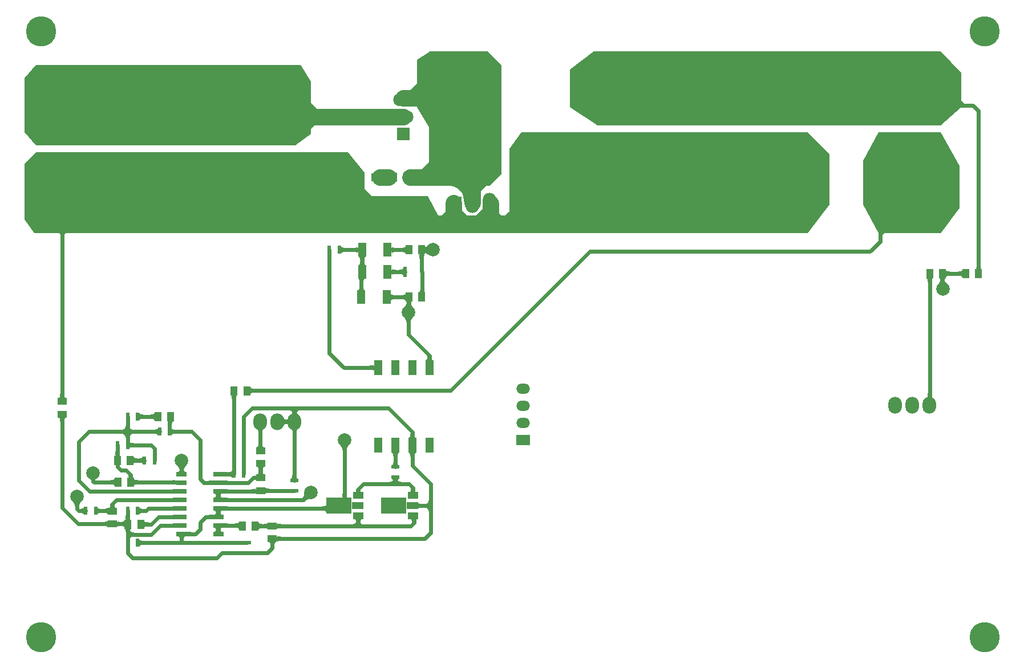
<source format=gtl>
G04 Layer_Physical_Order=1*
G04 Layer_Color=255*
%FSAX23Y23*%
%MOIN*%
G70*
G01*
G75*
%ADD10R,0.039X0.057*%
%ADD11R,0.020X0.049*%
%ADD12R,0.049X0.020*%
%ADD13R,0.041X0.136*%
%ADD14R,0.079X0.161*%
%ADD15R,0.057X0.039*%
%ADD16R,0.059X0.039*%
%ADD17R,0.067X0.039*%
%ADD18R,0.150X0.098*%
%ADD19R,0.051X0.087*%
%ADD20R,0.020X0.063*%
%ADD21R,0.049X0.079*%
%ADD22R,0.060X0.026*%
%ADD23C,0.024*%
%ADD24C,0.098*%
G04:AMPARAMS|DCode=25|XSize=51mil|YSize=16mil|CornerRadius=0mil|HoleSize=0mil|Usage=FLASHONLY|Rotation=45.000|XOffset=0mil|YOffset=0mil|HoleType=Round|Shape=Rectangle|*
%AMROTATEDRECTD25*
4,1,4,-0.012,-0.024,-0.024,-0.012,0.012,0.024,0.024,0.012,-0.012,-0.024,0.0*
%
%ADD25ROTATEDRECTD25*%

G04:AMPARAMS|DCode=26|XSize=20mil|YSize=77mil|CornerRadius=0mil|HoleSize=0mil|Usage=FLASHONLY|Rotation=225.000|XOffset=0mil|YOffset=0mil|HoleType=Round|Shape=Rectangle|*
%AMROTATEDRECTD26*
4,1,4,-0.020,0.034,0.034,-0.020,0.020,-0.034,-0.034,0.020,-0.020,0.034,0.0*
%
%ADD26ROTATEDRECTD26*%

G04:AMPARAMS|DCode=27|XSize=10mil|YSize=30mil|CornerRadius=0mil|HoleSize=0mil|Usage=FLASHONLY|Rotation=135.000|XOffset=0mil|YOffset=0mil|HoleType=Round|Shape=Rectangle|*
%AMROTATEDRECTD27*
4,1,4,0.014,0.007,-0.007,-0.014,-0.014,-0.007,0.007,0.014,0.014,0.007,0.0*
%
%ADD27ROTATEDRECTD27*%

G04:AMPARAMS|DCode=28|XSize=10mil|YSize=98mil|CornerRadius=0mil|HoleSize=0mil|Usage=FLASHONLY|Rotation=135.000|XOffset=0mil|YOffset=0mil|HoleType=Round|Shape=Rectangle|*
%AMROTATEDRECTD28*
4,1,4,0.038,0.031,-0.031,-0.038,-0.038,-0.031,0.031,0.038,0.038,0.031,0.0*
%
%ADD28ROTATEDRECTD28*%

G04:AMPARAMS|DCode=29|XSize=10mil|YSize=98mil|CornerRadius=0mil|HoleSize=0mil|Usage=FLASHONLY|Rotation=45.000|XOffset=0mil|YOffset=0mil|HoleType=Round|Shape=Rectangle|*
%AMROTATEDRECTD29*
4,1,4,0.031,-0.038,-0.038,0.031,-0.031,0.038,0.038,-0.031,0.031,-0.038,0.0*
%
%ADD29ROTATEDRECTD29*%

G04:AMPARAMS|DCode=30|XSize=90mil|YSize=21mil|CornerRadius=0mil|HoleSize=0mil|Usage=FLASHONLY|Rotation=45.000|XOffset=0mil|YOffset=0mil|HoleType=Round|Shape=Rectangle|*
%AMROTATEDRECTD30*
4,1,4,-0.025,-0.039,-0.039,-0.025,0.025,0.039,0.039,0.025,-0.025,-0.039,0.0*
%
%ADD30ROTATEDRECTD30*%

G04:AMPARAMS|DCode=31|XSize=148mil|YSize=69mil|CornerRadius=0mil|HoleSize=0mil|Usage=FLASHONLY|Rotation=135.000|XOffset=0mil|YOffset=0mil|HoleType=Round|Shape=Rectangle|*
%AMROTATEDRECTD31*
4,1,4,0.077,-0.028,0.028,-0.077,-0.077,0.028,-0.028,0.077,0.077,-0.028,0.0*
%
%ADD31ROTATEDRECTD31*%

G04:AMPARAMS|DCode=32|XSize=42mil|YSize=42mil|CornerRadius=0mil|HoleSize=0mil|Usage=FLASHONLY|Rotation=45.000|XOffset=0mil|YOffset=0mil|HoleType=Round|Shape=Rectangle|*
%AMROTATEDRECTD32*
4,1,4,0.000,-0.030,-0.030,0.000,0.000,0.030,0.030,0.000,0.000,-0.030,0.0*
%
%ADD32ROTATEDRECTD32*%

G04:AMPARAMS|DCode=33|XSize=35mil|YSize=132mil|CornerRadius=0mil|HoleSize=0mil|Usage=FLASHONLY|Rotation=135.000|XOffset=0mil|YOffset=0mil|HoleType=Round|Shape=Rectangle|*
%AMROTATEDRECTD33*
4,1,4,0.059,0.034,-0.034,-0.059,-0.059,-0.034,0.034,0.059,0.059,0.034,0.0*
%
%ADD33ROTATEDRECTD33*%

G04:AMPARAMS|DCode=34|XSize=78mil|YSize=69mil|CornerRadius=0mil|HoleSize=0mil|Usage=FLASHONLY|Rotation=225.000|XOffset=0mil|YOffset=0mil|HoleType=Round|Shape=Rectangle|*
%AMROTATEDRECTD34*
4,1,4,0.003,0.052,0.052,0.003,-0.003,-0.052,-0.052,-0.003,0.003,0.052,0.0*
%
%ADD34ROTATEDRECTD34*%

G04:AMPARAMS|DCode=35|XSize=126mil|YSize=31mil|CornerRadius=0mil|HoleSize=0mil|Usage=FLASHONLY|Rotation=135.000|XOffset=0mil|YOffset=0mil|HoleType=Round|Shape=Rectangle|*
%AMROTATEDRECTD35*
4,1,4,0.056,-0.033,0.033,-0.056,-0.056,0.033,-0.033,0.056,0.056,-0.033,0.0*
%
%ADD35ROTATEDRECTD35*%

G04:AMPARAMS|DCode=36|XSize=126mil|YSize=31mil|CornerRadius=0mil|HoleSize=0mil|Usage=FLASHONLY|Rotation=225.000|XOffset=0mil|YOffset=0mil|HoleType=Round|Shape=Rectangle|*
%AMROTATEDRECTD36*
4,1,4,0.033,0.056,0.056,0.033,-0.033,-0.056,-0.056,-0.033,0.033,0.056,0.0*
%
%ADD36ROTATEDRECTD36*%

G04:AMPARAMS|DCode=37|XSize=126mil|YSize=15mil|CornerRadius=0mil|HoleSize=0mil|Usage=FLASHONLY|Rotation=315.000|XOffset=0mil|YOffset=0mil|HoleType=Round|Shape=Rectangle|*
%AMROTATEDRECTD37*
4,1,4,-0.050,0.039,-0.039,0.050,0.050,-0.039,0.039,-0.050,-0.050,0.039,0.0*
%
%ADD37ROTATEDRECTD37*%

%ADD38C,0.112*%
%ADD39O,0.079X0.098*%
%ADD40C,0.177*%
%ADD41C,0.157*%
%ADD42O,0.118X0.074*%
%ADD43R,0.074X0.074*%
%ADD44R,0.078X0.078*%
%ADD45O,0.078X0.118*%
%ADD46R,0.079X0.059*%
%ADD47O,0.079X0.059*%
%ADD48C,0.079*%
G36*
X02990Y02038D02*
X02991Y02034D01*
X02991Y02030D01*
X02992Y02027D01*
X02993Y02025D01*
X02995Y02022D01*
X02996Y02021D01*
X02998Y02020D01*
X03000Y02019D01*
X03002Y02019D01*
X02955D01*
X02957Y02019D01*
X02959Y02020D01*
X02961Y02021D01*
X02962Y02022D01*
X02964Y02025D01*
X02965Y02027D01*
X02966Y02030D01*
X02966Y02034D01*
X02967Y02038D01*
X02967Y02042D01*
X02990D01*
X02990Y02038D01*
D02*
G37*
G36*
X02262Y02041D02*
X02260Y02041D01*
X02258Y02040D01*
X02257Y02038D01*
X02256Y02036D01*
X02254Y02033D01*
X02254Y02030D01*
X02254Y02029D01*
X02254Y02029D01*
X02254Y02026D01*
X02256Y02023D01*
X02257Y02021D01*
X02258Y02019D01*
X02260Y02018D01*
X02262Y02017D01*
X02264Y02017D01*
X02217D01*
X02219Y02017D01*
X02221Y02018D01*
X02223Y02019D01*
X02225Y02021D01*
X02226Y02023D01*
X02227Y02026D01*
X02228Y02029D01*
X02228Y02029D01*
X02228Y02030D01*
X02227Y02033D01*
X02226Y02036D01*
X02225Y02038D01*
X02223Y02040D01*
X02221Y02041D01*
X02219Y02041D01*
X02217Y02042D01*
X02264D01*
X02262Y02041D01*
D02*
G37*
G36*
X02780Y02009D02*
X02776Y02009D01*
X02772Y02009D01*
X02768Y02008D01*
X02765Y02007D01*
X02762Y02006D01*
X02758Y02005D01*
X02755Y02003D01*
X02752Y02001D01*
X02749Y01999D01*
X02747Y01997D01*
X02730Y02013D01*
X02733Y02016D01*
X02735Y02019D01*
X02737Y02022D01*
X02738Y02025D01*
X02740Y02028D01*
X02741Y02032D01*
X02742Y02035D01*
X02742Y02039D01*
X02742Y02043D01*
X02742Y02046D01*
X02780Y02009D01*
D02*
G37*
G36*
X02460Y02039D02*
X02460Y02039D01*
X02459Y02040D01*
X02458Y02041D01*
X02456Y02041D01*
X02454Y02042D01*
X02451Y02042D01*
X02445Y02042D01*
X02436Y02043D01*
Y02066D01*
X02441Y02066D01*
X02445Y02067D01*
X02448Y02067D01*
X02451Y02068D01*
X02454Y02069D01*
X02456Y02070D01*
X02458Y02072D01*
X02459Y02074D01*
X02460Y02076D01*
X02460Y02078D01*
Y02039D01*
D02*
G37*
G36*
X02271Y02067D02*
X02272Y02067D01*
X02273Y02067D01*
X02277Y02066D01*
X02294Y02066D01*
Y02043D01*
X02271Y02042D01*
Y02067D01*
X02271Y02067D01*
D02*
G37*
G36*
X01997Y02042D02*
X01997Y02042D01*
X01996Y02042D01*
X01995Y02042D01*
X01991Y02042D01*
X01974Y02043D01*
Y02066D01*
X01997Y02067D01*
Y02042D01*
D02*
G37*
G36*
X02517Y02076D02*
X02518Y02075D01*
X02519Y02074D01*
X02521Y02073D01*
X02523Y02072D01*
X02525Y02071D01*
X02528Y02071D01*
X02532Y02070D01*
X02540Y02070D01*
Y02046D01*
X02536Y02046D01*
X02528Y02046D01*
X02525Y02045D01*
X02523Y02044D01*
X02521Y02044D01*
X02519Y02043D01*
X02518Y02041D01*
X02517Y02040D01*
X02517Y02039D01*
Y02078D01*
X02517Y02076D01*
D02*
G37*
G36*
X03408Y01988D02*
X03408Y01986D01*
X03410Y01985D01*
X03411Y01984D01*
X03413Y01983D01*
X03416Y01983D01*
X03419Y01982D01*
X03423Y01982D01*
X03431Y01981D01*
Y01958D01*
X03427Y01958D01*
X03419Y01957D01*
X03416Y01957D01*
X03413Y01956D01*
X03411Y01955D01*
X03410Y01954D01*
X03408Y01953D01*
X03408Y01951D01*
X03408Y01950D01*
Y01989D01*
X03408Y01988D01*
D02*
G37*
G36*
X02271Y01967D02*
X02272Y01967D01*
X02273Y01967D01*
X02277Y01966D01*
X02294Y01966D01*
Y01943D01*
X02271Y01942D01*
Y01967D01*
X02271Y01967D01*
D02*
G37*
G36*
X01997Y01942D02*
X01997Y01942D01*
X01996Y01942D01*
X01995Y01942D01*
X01991Y01942D01*
X01974Y01943D01*
Y01966D01*
X01997Y01967D01*
Y01942D01*
D02*
G37*
G36*
X01634Y01975D02*
X01634Y01972D01*
X01635Y01968D01*
X01636Y01965D01*
X01637Y01963D01*
X01638Y01961D01*
X01639Y01960D01*
X01640Y01959D01*
X01642Y01958D01*
X01644Y01958D01*
X01600D01*
X01602Y01958D01*
X01604Y01959D01*
X01606Y01960D01*
X01607Y01961D01*
X01608Y01963D01*
X01609Y01965D01*
X01609Y01968D01*
X01610Y01972D01*
X01610Y01975D01*
X01610Y01979D01*
X01634D01*
X01634Y01975D01*
D02*
G37*
G36*
X02271Y02017D02*
X02272Y02017D01*
X02273Y02017D01*
X02277Y02016D01*
X02294Y02016D01*
Y01993D01*
X02271Y01992D01*
Y02017D01*
X02271Y02017D01*
D02*
G37*
G36*
X01997Y01992D02*
X01997Y01992D01*
X01996Y01992D01*
X01995Y01992D01*
X01991Y01992D01*
X01974Y01993D01*
Y02016D01*
X01997Y02017D01*
Y01992D01*
D02*
G37*
G36*
X01440Y01993D02*
X01437Y01990D01*
X01435Y01987D01*
X01433Y01984D01*
X01431Y01981D01*
X01430Y01977D01*
X01429Y01974D01*
X01428Y01970D01*
X01427Y01967D01*
X01427Y01964D01*
X01404D01*
X01404Y01967D01*
X01403Y01970D01*
X01402Y01974D01*
X01401Y01977D01*
X01400Y01981D01*
X01398Y01984D01*
X01396Y01987D01*
X01394Y01990D01*
X01391Y01993D01*
X01388Y01997D01*
X01443D01*
X01440Y01993D01*
D02*
G37*
G36*
X02460Y02118D02*
X02460Y02119D01*
X02459Y02119D01*
X02459Y02120D01*
X02458Y02120D01*
X02456Y02120D01*
X02455Y02121D01*
X02453Y02121D01*
X02448Y02121D01*
X02445Y02121D01*
Y02145D01*
X02448Y02145D01*
X02455Y02145D01*
X02456Y02146D01*
X02458Y02146D01*
X02459Y02146D01*
X02459Y02147D01*
X02460Y02147D01*
X02460Y02148D01*
Y02118D01*
D02*
G37*
G36*
X01523Y02125D02*
X01523Y02125D01*
X01523Y02124D01*
X01523Y02123D01*
X01522Y02122D01*
X01522Y02118D01*
X01522Y02114D01*
X01522Y02111D01*
X01498D01*
X01498Y02114D01*
X01498Y02122D01*
X01497Y02123D01*
X01497Y02124D01*
X01497Y02125D01*
X01497Y02125D01*
X01496Y02126D01*
X01524D01*
X01523Y02125D01*
D02*
G37*
G36*
X02271Y02117D02*
X02272Y02117D01*
X02273Y02117D01*
X02277Y02116D01*
X02294Y02116D01*
Y02093D01*
X02271Y02092D01*
Y02117D01*
X02271Y02117D01*
D02*
G37*
G36*
X02697Y02146D02*
X02697Y02142D01*
X02698Y02139D01*
X02699Y02135D01*
X02700Y02133D01*
X02701Y02131D01*
X02703Y02129D01*
X02705Y02128D01*
X02707Y02127D01*
X02709Y02127D01*
X02662D01*
X02664Y02127D01*
X02666Y02128D01*
X02668Y02129D01*
X02669Y02131D01*
X02670Y02133D01*
X02671Y02135D01*
X02672Y02139D01*
X02673Y02142D01*
X02673Y02146D01*
X02673Y02151D01*
X02697D01*
X02697Y02146D01*
D02*
G37*
G36*
X02271Y02167D02*
X02272Y02167D01*
X02273Y02167D01*
X02277Y02166D01*
X02294Y02166D01*
Y02143D01*
X02271Y02142D01*
Y02167D01*
X02271Y02167D01*
D02*
G37*
G36*
X01740Y02146D02*
X01741Y02136D01*
X01741Y02136D01*
X01741Y02136D01*
X01716D01*
X01716Y02136D01*
X01716Y02136D01*
X01716Y02137D01*
X01716Y02138D01*
X01716Y02139D01*
X01717Y02144D01*
X01717Y02149D01*
X01740D01*
X01740Y02146D01*
D02*
G37*
G36*
X02321Y02132D02*
X02321Y02134D01*
X02320Y02136D01*
X02319Y02137D01*
X02317Y02139D01*
X02315Y02140D01*
X02313Y02141D01*
X02310Y02142D01*
X02306Y02142D01*
X02302Y02142D01*
X02298Y02143D01*
Y02166D01*
X02302Y02166D01*
X02306Y02167D01*
X02310Y02167D01*
X02313Y02168D01*
X02315Y02169D01*
X02317Y02170D01*
X02319Y02172D01*
X02320Y02174D01*
X02321Y02176D01*
X02321Y02178D01*
Y02132D01*
D02*
G37*
G36*
X01634Y02084D02*
X01634Y02086D01*
X01633Y02088D01*
X01632Y02090D01*
X01630Y02091D01*
X01628Y02093D01*
X01626Y02094D01*
X01623Y02094D01*
X01619Y02095D01*
X01615Y02095D01*
X01611Y02096D01*
Y02119D01*
X01615Y02119D01*
X01619Y02120D01*
X01623Y02120D01*
X01626Y02121D01*
X01628Y02122D01*
X01630Y02123D01*
X01632Y02125D01*
X01633Y02127D01*
X01634Y02129D01*
X01634Y02131D01*
Y02084D01*
D02*
G37*
G36*
X03390Y02067D02*
X03390Y02063D01*
X03391Y02060D01*
X03392Y02057D01*
X03393Y02054D01*
X03394Y02052D01*
X03396Y02050D01*
X03397Y02049D01*
X03399Y02048D01*
X03402Y02048D01*
X03354D01*
X03357Y02048D01*
X03359Y02049D01*
X03361Y02050D01*
X03362Y02052D01*
X03363Y02054D01*
X03364Y02057D01*
X03365Y02060D01*
X03366Y02063D01*
X03366Y02067D01*
X03366Y02072D01*
X03390D01*
X03390Y02067D01*
D02*
G37*
G36*
X03071Y02064D02*
X03072Y02058D01*
X03072Y02055D01*
X03073Y02053D01*
X03074Y02051D01*
X03075Y02050D01*
X03076Y02049D01*
X03077Y02048D01*
X03079Y02048D01*
X03039D01*
X03041Y02048D01*
X03042Y02049D01*
X03043Y02050D01*
X03045Y02051D01*
X03045Y02053D01*
X03046Y02055D01*
X03047Y02058D01*
X03047Y02061D01*
X03047Y02064D01*
X03047Y02068D01*
X03071D01*
X03071Y02064D01*
D02*
G37*
G36*
X01748Y02129D02*
X01749Y02127D01*
X01750Y02125D01*
X01752Y02123D01*
X01754Y02122D01*
X01757Y02121D01*
X01760Y02120D01*
X01763Y02120D01*
X01767Y02119D01*
X01772Y02119D01*
Y02096D01*
X01767Y02095D01*
X01763Y02095D01*
X01760Y02094D01*
X01757Y02094D01*
X01754Y02093D01*
X01752Y02091D01*
X01750Y02090D01*
X01749Y02088D01*
X01748Y02086D01*
X01748Y02084D01*
Y02131D01*
X01748Y02129D01*
D02*
G37*
G36*
X02211Y02092D02*
X02211Y02092D01*
X02210Y02092D01*
X02209Y02092D01*
X02205Y02092D01*
X02187Y02093D01*
Y02116D01*
X02211Y02117D01*
Y02092D01*
D02*
G37*
G36*
X01997Y02117D02*
Y02092D01*
X01997Y02092D01*
X01996Y02093D01*
X01995Y02094D01*
X01994Y02094D01*
X01991Y02095D01*
X01989Y02095D01*
X01982Y02095D01*
X01974Y02096D01*
Y02119D01*
X01997Y02117D01*
D02*
G37*
G36*
X03288Y02128D02*
X03288Y02127D01*
X03299D01*
X03297Y02127D01*
X03295Y02126D01*
X03293Y02125D01*
X03292Y02123D01*
X03291Y02121D01*
X03290Y02120D01*
X03291Y02118D01*
X03293Y02115D01*
X03296Y02113D01*
X03299Y02111D01*
X03303Y02110D01*
X03307Y02110D01*
X03311Y02109D01*
X03276Y02086D01*
X03240Y02109D01*
X03245Y02110D01*
X03249Y02110D01*
X03252Y02111D01*
X03255Y02113D01*
X03258Y02115D01*
X03260Y02118D01*
X03261Y02120D01*
X03261Y02121D01*
X03260Y02123D01*
X03258Y02125D01*
X03256Y02126D01*
X03254Y02127D01*
X03252Y02127D01*
X03263D01*
X03264Y02128D01*
X03264Y02133D01*
X03288D01*
X03288Y02128D01*
D02*
G37*
G36*
X02529Y01832D02*
X02529Y01833D01*
X02528Y01835D01*
X02527Y01836D01*
X02525Y01837D01*
X02523Y01838D01*
X02520Y01838D01*
X02517Y01839D01*
X02514Y01839D01*
X02505Y01840D01*
Y01863D01*
X02510Y01863D01*
X02517Y01864D01*
X02520Y01865D01*
X02523Y01865D01*
X02525Y01866D01*
X02527Y01867D01*
X02528Y01868D01*
X02529Y01870D01*
X02529Y01871D01*
Y01832D01*
D02*
G37*
G36*
X02363Y01831D02*
X02362Y01833D01*
X02362Y01835D01*
X02360Y01837D01*
X02359Y01838D01*
X02357Y01840D01*
X02354Y01841D01*
X02351Y01842D01*
X02347Y01842D01*
X02343Y01842D01*
X02339Y01843D01*
Y01866D01*
X02343Y01866D01*
X02347Y01867D01*
X02351Y01867D01*
X02354Y01868D01*
X02357Y01869D01*
X02359Y01870D01*
X02360Y01872D01*
X02362Y01874D01*
X02362Y01876D01*
X02363Y01878D01*
Y01831D01*
D02*
G37*
G36*
X02477Y01873D02*
X02477Y01871D01*
X02479Y01869D01*
X02480Y01868D01*
X02482Y01866D01*
X02485Y01865D01*
X02488Y01864D01*
X02492Y01864D01*
X02496Y01863D01*
X02500Y01863D01*
Y01840D01*
X02496Y01840D01*
X02492Y01839D01*
X02488Y01839D01*
X02485Y01838D01*
X02482Y01837D01*
X02480Y01835D01*
X02479Y01834D01*
X02477Y01832D01*
X02477Y01830D01*
X02476Y01828D01*
Y01875D01*
X02477Y01873D01*
D02*
G37*
G36*
X02586Y01870D02*
X02587Y01868D01*
X02588Y01867D01*
X02589Y01866D01*
X02592Y01865D01*
X02594Y01865D01*
X02597Y01864D01*
X02601Y01864D01*
X02609Y01863D01*
Y01840D01*
X02605Y01840D01*
X02597Y01839D01*
X02594Y01838D01*
X02592Y01838D01*
X02589Y01837D01*
X02588Y01836D01*
X02587Y01835D01*
X02586Y01833D01*
X02586Y01832D01*
Y01871D01*
X02586Y01870D01*
D02*
G37*
G36*
X01997Y01842D02*
X01997Y01842D01*
X01996Y01842D01*
X01995Y01842D01*
X01991Y01842D01*
X01974Y01843D01*
Y01866D01*
X01997Y01867D01*
Y01842D01*
D02*
G37*
G36*
X03081Y01891D02*
X03079Y01890D01*
X03077Y01889D01*
X03075Y01887D01*
X03074Y01885D01*
X03073Y01883D01*
X03072Y01879D01*
X03072Y01876D01*
X03072Y01875D01*
X03072Y01872D01*
X03073Y01869D01*
X03074Y01867D01*
X03075Y01865D01*
X03076Y01864D01*
X03077Y01864D01*
X03079Y01863D01*
X03059Y01840D01*
X03024Y01863D01*
X03028Y01864D01*
X03032Y01864D01*
X03036Y01865D01*
X03039Y01867D01*
X03041Y01869D01*
X03044Y01872D01*
X03045Y01875D01*
X03046Y01878D01*
X03046Y01879D01*
X03046Y01879D01*
X03046Y01883D01*
X03044Y01885D01*
X03043Y01887D01*
X03042Y01889D01*
X03040Y01890D01*
X03038Y01891D01*
X03036Y01891D01*
X03083D01*
X03081Y01891D01*
D02*
G37*
G36*
X01807Y01883D02*
X01808Y01881D01*
X01809Y01879D01*
X01811Y01877D01*
X01813Y01876D01*
X01816Y01875D01*
X01819Y01874D01*
X01822Y01874D01*
X01826Y01873D01*
X01831Y01873D01*
Y01849D01*
X01826Y01849D01*
X01822Y01849D01*
X01819Y01848D01*
X01816Y01848D01*
X01813Y01847D01*
X01811Y01845D01*
X01809Y01844D01*
X01808Y01842D01*
X01807Y01840D01*
X01807Y01838D01*
Y01885D01*
X01807Y01883D01*
D02*
G37*
G36*
X02586Y01795D02*
X02587Y01793D01*
X02588Y01792D01*
X02589Y01791D01*
X02592Y01790D01*
X02594Y01790D01*
X02597Y01789D01*
X02601Y01789D01*
X02609Y01788D01*
Y01765D01*
X02605Y01765D01*
X02597Y01764D01*
X02594Y01764D01*
X02592Y01763D01*
X02589Y01762D01*
X02588Y01761D01*
X02587Y01760D01*
X02586Y01759D01*
X02586Y01757D01*
Y01796D01*
X02586Y01795D01*
D02*
G37*
G36*
X02579Y01757D02*
X02577Y01756D01*
X02575Y01755D01*
X02573Y01753D01*
X02572Y01751D01*
X02571Y01749D01*
X02570Y01746D01*
X02570Y01742D01*
X02569Y01738D01*
X02569Y01733D01*
X02545D01*
X02545Y01738D01*
X02545Y01742D01*
X02544Y01746D01*
X02544Y01749D01*
X02542Y01751D01*
X02541Y01753D01*
X02540Y01755D01*
X02538Y01756D01*
X02536Y01757D01*
X02534Y01757D01*
X02581D01*
X02579Y01757D01*
D02*
G37*
G36*
X01780Y01774D02*
X01781Y01772D01*
X01782Y01771D01*
X01783Y01769D01*
X01785Y01768D01*
X01788Y01767D01*
X01791Y01766D01*
X01795Y01765D01*
X01799Y01765D01*
X01803Y01765D01*
Y01741D01*
X01799Y01741D01*
X01795Y01741D01*
X01791Y01740D01*
X01788Y01739D01*
X01785Y01738D01*
X01783Y01737D01*
X01782Y01735D01*
X01781Y01734D01*
X01780Y01732D01*
X01780Y01729D01*
Y01777D01*
X01780Y01774D01*
D02*
G37*
G36*
X01725Y01833D02*
X01725Y01833D01*
X01732D01*
X01731Y01833D01*
X01730Y01832D01*
X01728Y01831D01*
X01727Y01829D01*
X01727Y01827D01*
X01726Y01827D01*
X01727Y01826D01*
X01728Y01823D01*
X01730Y01820D01*
X01733Y01818D01*
X01736Y01816D01*
X01740Y01815D01*
X01744Y01814D01*
X01748Y01814D01*
Y01790D01*
X01744Y01790D01*
X01740Y01789D01*
X01736Y01788D01*
X01733Y01787D01*
X01730Y01785D01*
X01728Y01782D01*
X01727Y01779D01*
X01726Y01775D01*
X01725Y01771D01*
X01725Y01767D01*
X01701Y01802D01*
X01706Y01809D01*
X01701D01*
X01701Y01814D01*
X01700Y01821D01*
X01700Y01824D01*
X01699Y01827D01*
X01698Y01829D01*
X01697Y01831D01*
X01696Y01832D01*
X01695Y01833D01*
X01693Y01833D01*
X01721D01*
X01725Y01838D01*
X01725Y01833D01*
D02*
G37*
G36*
X02262Y01841D02*
X02260Y01841D01*
X02258Y01840D01*
X02257Y01838D01*
X02256Y01836D01*
X02254Y01833D01*
X02254Y01830D01*
X02254Y01829D01*
X02254Y01829D01*
X02254Y01826D01*
X02256Y01823D01*
X02257Y01821D01*
X02258Y01819D01*
X02260Y01818D01*
X02262Y01817D01*
X02264Y01817D01*
X02217D01*
X02219Y01817D01*
X02221Y01818D01*
X02223Y01819D01*
X02225Y01821D01*
X02226Y01823D01*
X02227Y01826D01*
X02228Y01829D01*
X02228Y01829D01*
X02228Y01830D01*
X02227Y01833D01*
X02226Y01836D01*
X02225Y01838D01*
X02223Y01840D01*
X02221Y01841D01*
X02219Y01841D01*
X02217Y01842D01*
X02264D01*
X02262Y01841D01*
D02*
G37*
G36*
X02057Y01817D02*
X02058Y01817D01*
X02059Y01817D01*
X02063Y01816D01*
X02081Y01816D01*
Y01793D01*
X02057Y01792D01*
Y01817D01*
X02057Y01817D01*
D02*
G37*
G36*
X02049Y01791D02*
X02047Y01791D01*
X02045Y01790D01*
X02043Y01788D01*
X02042Y01786D01*
X02041Y01783D01*
X02040Y01780D01*
X02040Y01777D01*
X02039Y01773D01*
X02039Y01768D01*
X02015D01*
X02015Y01773D01*
X02015Y01777D01*
X02014Y01780D01*
X02014Y01783D01*
X02012Y01786D01*
X02011Y01788D01*
X02010Y01790D01*
X02008Y01791D01*
X02006Y01791D01*
X02004Y01792D01*
X02051D01*
X02049Y01791D01*
D02*
G37*
G36*
X01780Y01961D02*
X01781Y01959D01*
X01782Y01958D01*
X01783Y01956D01*
X01785Y01955D01*
X01788Y01954D01*
X01791Y01953D01*
X01795Y01952D01*
X01799Y01952D01*
X01803Y01952D01*
Y01928D01*
X01799Y01928D01*
X01795Y01928D01*
X01791Y01927D01*
X01788Y01926D01*
X01785Y01925D01*
X01783Y01924D01*
X01782Y01922D01*
X01781Y01921D01*
X01780Y01919D01*
X01780Y01916D01*
Y01964D01*
X01780Y01961D01*
D02*
G37*
G36*
X01534D02*
X01534Y01959D01*
X01536Y01958D01*
X01537Y01956D01*
X01539Y01955D01*
X01542Y01954D01*
X01545Y01953D01*
X01549Y01952D01*
X01553Y01952D01*
X01557Y01952D01*
Y01928D01*
X01553Y01928D01*
X01549Y01928D01*
X01545Y01927D01*
X01542Y01926D01*
X01539Y01925D01*
X01537Y01924D01*
X01536Y01922D01*
X01534Y01921D01*
X01534Y01919D01*
X01533Y01916D01*
Y01964D01*
X01534Y01961D01*
D02*
G37*
G36*
X01455Y01916D02*
X01455Y01919D01*
X01454Y01921D01*
X01453Y01922D01*
X01451Y01924D01*
X01449Y01925D01*
X01446Y01926D01*
X01443Y01927D01*
X01440Y01928D01*
X01436Y01928D01*
X01431Y01928D01*
Y01952D01*
X01436Y01952D01*
X01440Y01952D01*
X01443Y01953D01*
X01446Y01954D01*
X01449Y01955D01*
X01451Y01956D01*
X01453Y01958D01*
X01454Y01959D01*
X01455Y01961D01*
X01455Y01964D01*
Y01916D01*
D02*
G37*
G36*
X02262Y01941D02*
X02260Y01941D01*
X02258Y01940D01*
X02257Y01938D01*
X02256Y01936D01*
X02254Y01933D01*
X02254Y01930D01*
X02254Y01929D01*
X02254Y01929D01*
X02254Y01926D01*
X02256Y01923D01*
X02257Y01921D01*
X02258Y01919D01*
X02260Y01918D01*
X02262Y01917D01*
X02264Y01917D01*
X02217D01*
X02219Y01917D01*
X02221Y01918D01*
X02223Y01919D01*
X02225Y01921D01*
X02226Y01923D01*
X02227Y01926D01*
X02228Y01929D01*
X02228Y01929D01*
X02228Y01930D01*
X02227Y01933D01*
X02226Y01936D01*
X02225Y01938D01*
X02223Y01940D01*
X02221Y01941D01*
X02219Y01941D01*
X02217Y01942D01*
X02264D01*
X02262Y01941D01*
D02*
G37*
G36*
X03494Y01970D02*
X03471Y01934D01*
X03470Y01939D01*
X03470Y01943D01*
X03469Y01946D01*
X03467Y01949D01*
X03465Y01952D01*
X03462Y01954D01*
X03459Y01956D01*
X03456Y01957D01*
X03451Y01958D01*
X03447Y01958D01*
Y01981D01*
X03451Y01982D01*
X03456Y01982D01*
X03459Y01984D01*
X03462Y01985D01*
X03465Y01987D01*
X03467Y01990D01*
X03469Y01993D01*
X03470Y01996D01*
X03470Y02001D01*
X03471Y02005D01*
X03494Y01970D01*
D02*
G37*
G36*
X02872Y01931D02*
X02872Y01933D01*
X02871Y01935D01*
X02870Y01937D01*
X02869Y01938D01*
X02867Y01940D01*
X02864Y01941D01*
X02861Y01942D01*
X02857Y01942D01*
X02853Y01942D01*
X02849Y01943D01*
Y01966D01*
X02853Y01966D01*
X02857Y01967D01*
X02861Y01967D01*
X02864Y01968D01*
X02867Y01969D01*
X02869Y01970D01*
X02870Y01972D01*
X02871Y01974D01*
X02872Y01976D01*
X02872Y01978D01*
Y01931D01*
D02*
G37*
G36*
X01594Y01919D02*
X01594Y01920D01*
X01593Y01922D01*
X01592Y01923D01*
X01590Y01925D01*
X01588Y01926D01*
X01585Y01927D01*
X01582Y01927D01*
X01579Y01928D01*
X01575Y01928D01*
X01570Y01928D01*
Y01952D01*
X01575Y01952D01*
X01585Y01953D01*
X01588Y01953D01*
X01590Y01954D01*
X01592Y01955D01*
X01593Y01956D01*
X01594Y01957D01*
X01594Y01958D01*
Y01919D01*
D02*
G37*
G36*
X03402Y01891D02*
X03401Y01890D01*
X03400Y01889D01*
X03399Y01888D01*
X03398Y01886D01*
X03397Y01884D01*
X03397Y01881D01*
X03396Y01878D01*
X03396Y01875D01*
X03396Y01871D01*
X03372D01*
X03372Y01875D01*
X03371Y01881D01*
X03371Y01884D01*
X03370Y01886D01*
X03369Y01888D01*
X03368Y01889D01*
X03367Y01890D01*
X03366Y01891D01*
X03364Y01891D01*
X03404D01*
X03402Y01891D01*
D02*
G37*
G36*
X01594Y01844D02*
X01594Y01845D01*
X01593Y01846D01*
X01592Y01848D01*
X01590Y01849D01*
X01588Y01850D01*
X01585Y01850D01*
X01582Y01851D01*
X01579Y01851D01*
X01570Y01851D01*
Y01875D01*
X01575Y01875D01*
X01582Y01876D01*
X01585Y01876D01*
X01588Y01877D01*
X01590Y01878D01*
X01592Y01879D01*
X01593Y01880D01*
X01594Y01881D01*
X01594Y01883D01*
Y01844D01*
D02*
G37*
G36*
X02271Y01867D02*
X02272Y01867D01*
X02273Y01867D01*
X02277Y01866D01*
X02294Y01866D01*
Y01843D01*
X02271Y01842D01*
Y01867D01*
X02271Y01867D01*
D02*
G37*
G36*
X01693Y01840D02*
X01693Y01842D01*
X01692Y01844D01*
X01691Y01846D01*
X01690Y01847D01*
X01687Y01849D01*
X01685Y01850D01*
X01682Y01850D01*
X01678Y01851D01*
X01674Y01851D01*
X01671Y01851D01*
X01670Y01851D01*
X01662Y01851D01*
X01659Y01850D01*
X01657Y01850D01*
X01654Y01849D01*
X01653Y01848D01*
X01652Y01846D01*
X01651Y01845D01*
X01651Y01844D01*
Y01883D01*
X01651Y01881D01*
X01652Y01880D01*
X01653Y01879D01*
X01654Y01878D01*
X01657Y01877D01*
X01659Y01876D01*
X01662Y01876D01*
X01666Y01875D01*
X01672Y01875D01*
X01674Y01875D01*
X01678Y01876D01*
X01682Y01876D01*
X01685Y01877D01*
X01687Y01878D01*
X01690Y01879D01*
X01691Y01881D01*
X01692Y01883D01*
X01693Y01885D01*
X01693Y01887D01*
Y01840D01*
D02*
G37*
G36*
X02211Y01892D02*
X02211Y01892D01*
X02210Y01892D01*
X02209Y01892D01*
X02205Y01892D01*
X02187Y01893D01*
Y01916D01*
X02211Y01917D01*
Y01892D01*
D02*
G37*
G36*
X01997D02*
X01997Y01892D01*
X01996Y01892D01*
X01995Y01892D01*
X01991Y01892D01*
X01974Y01893D01*
Y01916D01*
X01997Y01917D01*
Y01892D01*
D02*
G37*
G36*
X01723Y01909D02*
X01723Y01901D01*
X01724Y01898D01*
X01725Y01896D01*
X01726Y01894D01*
X01727Y01892D01*
X01729Y01891D01*
X01730Y01890D01*
X01732Y01890D01*
X01693D01*
X01694Y01890D01*
X01695Y01891D01*
X01696Y01892D01*
X01697Y01894D01*
X01698Y01896D01*
X01698Y01898D01*
X01698Y01901D01*
X01699Y01909D01*
X01699Y01913D01*
X01723D01*
X01723Y01909D01*
D02*
G37*
G36*
X06416Y03299D02*
X06415Y03298D01*
X06413Y03297D01*
X06412Y03296D01*
X06412Y03294D01*
X06411Y03291D01*
X06410Y03288D01*
X06410Y03284D01*
X06410Y03276D01*
X06386D01*
X06386Y03280D01*
X06385Y03288D01*
X06385Y03291D01*
X06384Y03294D01*
X06383Y03296D01*
X06382Y03297D01*
X06381Y03298D01*
X06380Y03299D01*
X06378Y03299D01*
X06417D01*
X06416Y03299D01*
D02*
G37*
G36*
X03098Y03298D02*
X03096Y03298D01*
X03095Y03296D01*
X03093Y03295D01*
X03092Y03293D01*
X03091Y03290D01*
X03090Y03287D01*
X03089Y03283D01*
X03089Y03279D01*
X03089Y03275D01*
X03065D01*
X03065Y03279D01*
X03064Y03287D01*
X03064Y03290D01*
X03063Y03293D01*
X03062Y03295D01*
X03061Y03296D01*
X03060Y03297D01*
X03059Y03298D01*
X03057Y03298D01*
X03101Y03299D01*
X03098Y03298D01*
D02*
G37*
G36*
X06491Y03299D02*
X06489Y03298D01*
X06488Y03297D01*
X06487Y03296D01*
X06486Y03294D01*
X06486Y03291D01*
X06486Y03290D01*
X06486Y03289D01*
X06487Y03285D01*
X06488Y03282D01*
X06490Y03279D01*
X06492Y03276D01*
X06495Y03273D01*
X06498Y03270D01*
X06501Y03267D01*
X06446Y03264D01*
X06449Y03267D01*
X06451Y03271D01*
X06453Y03274D01*
X06455Y03277D01*
X06457Y03281D01*
X06458Y03284D01*
X06459Y03287D01*
X06460Y03289D01*
X06460Y03291D01*
X06459Y03294D01*
X06458Y03296D01*
X06457Y03297D01*
X06456Y03298D01*
X06455Y03299D01*
X06453Y03299D01*
X06492D01*
X06491Y03299D01*
D02*
G37*
G36*
X06492Y03349D02*
X06493Y03347D01*
X06494Y03345D01*
X06496Y03344D01*
X06498Y03343D01*
X06501Y03342D01*
X06504Y03341D01*
X06507Y03340D01*
X06511Y03340D01*
X06516Y03340D01*
Y03316D01*
X06511Y03316D01*
X06507Y03316D01*
X06504Y03315D01*
X06501Y03314D01*
X06498Y03313D01*
X06496Y03312D01*
X06494Y03310D01*
X06493Y03308D01*
X06492Y03306D01*
X06492Y03304D01*
Y03351D01*
X06492Y03349D01*
D02*
G37*
G36*
X03321Y03314D02*
X03321Y03316D01*
X03320Y03318D01*
X03319Y03320D01*
X03317Y03322D01*
X03315Y03323D01*
X03313Y03324D01*
X03310Y03325D01*
X03306Y03325D01*
X03302Y03326D01*
X03298Y03326D01*
Y03349D01*
X03302Y03350D01*
X03306Y03350D01*
X03310Y03351D01*
X03313Y03351D01*
X03315Y03352D01*
X03317Y03354D01*
X03319Y03355D01*
X03320Y03357D01*
X03321Y03359D01*
X03321Y03361D01*
Y03314D01*
D02*
G37*
G36*
X03254Y03359D02*
X03255Y03357D01*
X03256Y03355D01*
X03258Y03354D01*
X03260Y03352D01*
X03262Y03351D01*
X03265Y03351D01*
X03269Y03350D01*
X03273Y03350D01*
X03278Y03349D01*
Y03326D01*
X03273Y03326D01*
X03269Y03325D01*
X03265Y03325D01*
X03262Y03324D01*
X03260Y03323D01*
X03258Y03322D01*
X03256Y03320D01*
X03255Y03318D01*
X03254Y03316D01*
X03254Y03314D01*
Y03361D01*
X03254Y03359D01*
D02*
G37*
G36*
X06589Y03304D02*
X06589Y03306D01*
X06588Y03308D01*
X06587Y03310D01*
X06585Y03312D01*
X06583Y03313D01*
X06580Y03314D01*
X06577Y03315D01*
X06574Y03316D01*
X06570Y03316D01*
X06565Y03316D01*
Y03340D01*
X06570Y03340D01*
X06574Y03340D01*
X06577Y03341D01*
X06580Y03342D01*
X06583Y03343D01*
X06585Y03344D01*
X06587Y03345D01*
X06588Y03347D01*
X06589Y03349D01*
X06589Y03351D01*
Y03304D01*
D02*
G37*
G36*
X03366Y03162D02*
X03366Y03162D01*
X03374D01*
X03373Y03161D01*
X03371Y03161D01*
X03370Y03159D01*
X03369Y03158D01*
X03368Y03156D01*
X03368Y03153D01*
X03367Y03153D01*
X03368Y03152D01*
X03369Y03148D01*
X03370Y03145D01*
X03372Y03141D01*
X03374Y03138D01*
X03376Y03135D01*
X03379Y03131D01*
X03381Y03128D01*
X03326Y03131D01*
X03329Y03134D01*
X03332Y03137D01*
X03335Y03140D01*
X03337Y03143D01*
X03339Y03146D01*
X03340Y03149D01*
X03341Y03153D01*
X03341Y03153D01*
X03341Y03156D01*
X03340Y03158D01*
X03339Y03159D01*
X03338Y03161D01*
X03336Y03161D01*
X03335Y03162D01*
X03343D01*
X03343Y03163D01*
X03366Y03162D01*
D02*
G37*
G36*
X03377Y03070D02*
X03374Y03067D01*
X03372Y03064D01*
X03370Y03061D01*
X03368Y03057D01*
X03367Y03054D01*
X03366Y03051D01*
X03365Y03047D01*
X03364Y03044D01*
X03364Y03040D01*
X03341D01*
X03341Y03044D01*
X03340Y03047D01*
X03339Y03051D01*
X03338Y03054D01*
X03337Y03057D01*
X03335Y03061D01*
X03333Y03064D01*
X03331Y03067D01*
X03328Y03070D01*
X03325Y03073D01*
X03380D01*
X03377Y03070D01*
D02*
G37*
G36*
X03487Y02840D02*
X03487Y02836D01*
X03488Y02832D01*
X03489Y02829D01*
X03490Y02827D01*
X03491Y02825D01*
X03493Y02823D01*
X03494Y02822D01*
X03496Y02821D01*
X03499Y02821D01*
X03451D01*
X03454Y02821D01*
X03456Y02822D01*
X03457Y02823D01*
X03459Y02825D01*
X03460Y02827D01*
X03461Y02829D01*
X03462Y02832D01*
X03463Y02836D01*
X03463Y02840D01*
X03463Y02844D01*
X03487D01*
X03487Y02840D01*
D02*
G37*
G36*
X03249Y03211D02*
X03250Y03209D01*
X03251Y03208D01*
X03253Y03206D01*
X03255Y03205D01*
X03258Y03204D01*
X03261Y03203D01*
X03264Y03202D01*
X03268Y03202D01*
X03273Y03202D01*
Y03178D01*
X03268Y03178D01*
X03264Y03178D01*
X03261Y03177D01*
X03258Y03176D01*
X03255Y03175D01*
X03253Y03174D01*
X03251Y03172D01*
X03250Y03171D01*
X03249Y03169D01*
X03249Y03166D01*
Y03214D01*
X03249Y03211D01*
D02*
G37*
G36*
X03089Y03248D02*
X03089Y03244D01*
X03090Y03241D01*
X03091Y03238D01*
X03092Y03235D01*
X03093Y03233D01*
X03095Y03231D01*
X03096Y03230D01*
X03098Y03229D01*
X03101Y03229D01*
X03053D01*
X03056Y03229D01*
X03058Y03230D01*
X03059Y03231D01*
X03061Y03233D01*
X03062Y03235D01*
X03063Y03238D01*
X03064Y03241D01*
X03065Y03244D01*
X03065Y03248D01*
X03065Y03253D01*
X03089D01*
X03089Y03248D01*
D02*
G37*
G36*
X03445Y03238D02*
X03446Y03224D01*
X03446Y03222D01*
X03447Y03221D01*
X03447Y03219D01*
X03448Y03219D01*
X03449Y03218D01*
X03410D01*
X03412Y03219D01*
X03414Y03219D01*
X03416Y03221D01*
X03417Y03222D01*
X03418Y03224D01*
X03420Y03227D01*
X03420Y03230D01*
X03421Y03234D01*
X03421Y03238D01*
X03421Y03242D01*
X03445D01*
X03445Y03238D01*
D02*
G37*
G36*
X03335Y03166D02*
X03335Y03169D01*
X03334Y03171D01*
X03333Y03172D01*
X03331Y03174D01*
X03329Y03175D01*
X03326Y03176D01*
X03323Y03177D01*
X03320Y03178D01*
X03316Y03178D01*
X03311Y03178D01*
Y03202D01*
X03316Y03202D01*
X03320Y03202D01*
X03323Y03203D01*
X03326Y03204D01*
X03329Y03205D01*
X03331Y03206D01*
X03333Y03208D01*
X03334Y03209D01*
X03335Y03211D01*
X03335Y03214D01*
Y03166D01*
D02*
G37*
G36*
X06463Y04155D02*
Y04155D01*
X06463D01*
X06571Y03958D01*
Y03859D01*
Y03712D01*
X06466Y03568D01*
X06463Y03564D01*
Y03564D01*
X06463Y03564D01*
X06099Y03564D01*
X06099Y03564D01*
D01*
X06010Y03731D01*
Y03987D01*
X06099Y04155D01*
X06463Y04155D01*
D02*
G37*
G36*
X03466Y03478D02*
X03468Y03478D01*
X03472Y03477D01*
Y03454D01*
X03468Y03454D01*
X03466Y03454D01*
Y03438D01*
X03463Y03441D01*
X03460Y03444D01*
X03457Y03446D01*
X03453Y03448D01*
X03452Y03449D01*
X03451Y03448D01*
X03450Y03446D01*
X03449Y03444D01*
X03449Y03442D01*
Y03450D01*
X03447Y03451D01*
X03443Y03452D01*
X03440Y03453D01*
X03437Y03454D01*
X03433Y03454D01*
X03433Y03477D01*
X03437Y03478D01*
X03440Y03478D01*
X03443Y03479D01*
X03447Y03480D01*
X03449Y03481D01*
Y03489D01*
X03449Y03487D01*
X03450Y03485D01*
X03451Y03483D01*
X03452Y03482D01*
X03453Y03483D01*
X03457Y03485D01*
X03460Y03488D01*
X03463Y03490D01*
X03466Y03493D01*
Y03478D01*
D02*
G37*
G36*
X03335Y03442D02*
X03335Y03444D01*
X03334Y03446D01*
X03333Y03448D01*
X03331Y03450D01*
X03329Y03451D01*
X03326Y03452D01*
X03323Y03453D01*
X03320Y03453D01*
X03316Y03454D01*
X03311Y03454D01*
Y03477D01*
X03316Y03478D01*
X03320Y03478D01*
X03323Y03479D01*
X03326Y03479D01*
X03329Y03480D01*
X03331Y03482D01*
X03333Y03483D01*
X03334Y03485D01*
X03335Y03487D01*
X03335Y03489D01*
Y03442D01*
D02*
G37*
G36*
X05685Y04155D02*
X05685D01*
X05813Y04027D01*
Y03731D01*
X05685Y03564D01*
X05685D01*
X05685Y03564D01*
X03941Y03564D01*
Y03564D01*
X03097D01*
X01167D01*
X01108Y03643D01*
Y03968D01*
X01177Y04036D01*
X01177D01*
X01177Y04036D01*
X02998D01*
X02998Y04036D01*
X02998D01*
X03097Y03918D01*
Y03781D01*
X03467Y03781D01*
Y03781D01*
X03467D01*
X03524Y03666D01*
X03941D01*
Y04056D01*
X04012Y04155D01*
X05685D01*
X05685Y04155D01*
D02*
G37*
G36*
X06463Y04627D02*
D01*
X06463D01*
X06581Y04499D01*
Y04411D01*
Y04302D01*
X06463Y04194D01*
X06463D01*
Y04194D01*
X04455Y04194D01*
X04455Y04194D01*
Y04194D01*
X04451Y04197D01*
X04297Y04302D01*
Y04411D01*
Y04519D01*
X04435Y04627D01*
X06463Y04627D01*
D02*
G37*
G36*
X02782Y04450D02*
Y04145D01*
X02697Y04079D01*
X02693Y04076D01*
X02693Y04076D01*
X02693Y04076D01*
X01177D01*
X01108Y04155D01*
Y04470D01*
X01177Y04548D01*
X02723D01*
X02782Y04450D01*
D02*
G37*
G36*
X03894Y04548D02*
Y04548D01*
X03894Y04548D01*
Y04543D01*
X03894Y03909D01*
X03894D01*
Y03909D01*
X03825Y03840D01*
X03710D01*
X03677Y03741D01*
X03676Y03760D01*
X03673Y03777D01*
X03668Y03791D01*
X03662Y03804D01*
X03653Y03815D01*
X03642Y03824D01*
X03629Y03831D01*
X03614Y03836D01*
X03598Y03839D01*
X03579Y03840D01*
Y03840D01*
X03520D01*
X03471Y03889D01*
X03426Y03933D01*
X03471Y03977D01*
Y04184D01*
X03402Y04302D01*
X03351Y04389D01*
X03402Y04440D01*
Y04578D01*
X03480Y04627D01*
X03815D01*
X03894Y04548D01*
D02*
G37*
G36*
X03103Y03426D02*
X03101Y03426D01*
X03099Y03424D01*
X03098Y03423D01*
X03097Y03421D01*
X03096Y03418D01*
X03095Y03415D01*
X03094Y03411D01*
X03094Y03407D01*
X03094Y03403D01*
X03070D01*
X03070Y03407D01*
X03070Y03411D01*
X03069Y03415D01*
X03068Y03418D01*
X03067Y03421D01*
X03066Y03423D01*
X03064Y03424D01*
X03062Y03426D01*
X03060Y03426D01*
X03058Y03427D01*
X03105D01*
X03103Y03426D01*
D02*
G37*
G36*
X03094Y03396D02*
X03094Y03392D01*
X03095Y03388D01*
X03096Y03385D01*
X03097Y03383D01*
X03098Y03381D01*
X03099Y03379D01*
X03101Y03378D01*
X03103Y03377D01*
X03105Y03377D01*
X03058D01*
X03060Y03377D01*
X03062Y03378D01*
X03064Y03379D01*
X03066Y03381D01*
X03067Y03383D01*
X03068Y03385D01*
X03069Y03388D01*
X03070Y03392D01*
X03070Y03396D01*
X03070Y03401D01*
X03094D01*
X03094Y03396D01*
D02*
G37*
G36*
X06695Y03375D02*
X06696Y03368D01*
X06696Y03365D01*
X06697Y03362D01*
X06698Y03360D01*
X06699Y03358D01*
X06700Y03357D01*
X06701Y03356D01*
X06703Y03356D01*
X06664D01*
X06665Y03356D01*
X06666Y03357D01*
X06668Y03358D01*
X06668Y03360D01*
X06669Y03362D01*
X06670Y03365D01*
X06671Y03368D01*
X06671Y03371D01*
X06671Y03380D01*
X06695D01*
X06695Y03375D01*
D02*
G37*
G36*
X03447Y03437D02*
X03446Y03436D01*
X03445Y03435D01*
X03444Y03433D01*
X03443Y03431D01*
X03442Y03429D01*
X03442Y03426D01*
X03441Y03422D01*
X03441Y03414D01*
X03417D01*
X03417Y03418D01*
X03417Y03426D01*
X03416Y03429D01*
X03416Y03431D01*
X03415Y03433D01*
X03414Y03435D01*
X03413Y03436D01*
X03411Y03437D01*
X03410Y03437D01*
X03449D01*
X03447Y03437D01*
D02*
G37*
G36*
X03254Y03487D02*
X03255Y03485D01*
X03256Y03483D01*
X03258Y03482D01*
X03260Y03480D01*
X03262Y03479D01*
X03266Y03479D01*
X03269Y03478D01*
X03273Y03478D01*
X03278Y03477D01*
Y03454D01*
X03273Y03454D01*
X03269Y03453D01*
X03266Y03453D01*
X03262Y03452D01*
X03260Y03451D01*
X03258Y03450D01*
X03256Y03448D01*
X03255Y03446D01*
X03254Y03444D01*
X03254Y03442D01*
Y03489D01*
X03254Y03487D01*
D02*
G37*
G36*
X03057Y03442D02*
X03057Y03444D01*
X03057Y03446D01*
X03055Y03448D01*
X03054Y03450D01*
X03052Y03451D01*
X03049Y03452D01*
X03046Y03453D01*
X03042Y03453D01*
X03038Y03454D01*
X03034Y03454D01*
Y03477D01*
X03038Y03478D01*
X03042Y03478D01*
X03046Y03479D01*
X03049Y03479D01*
X03052Y03480D01*
X03054Y03482D01*
X03055Y03483D01*
X03057Y03485D01*
X03057Y03487D01*
X03057Y03489D01*
Y03442D01*
D02*
G37*
G36*
X02959Y03487D02*
X02960Y03485D01*
X02961Y03483D01*
X02962Y03482D01*
X02965Y03480D01*
X02967Y03479D01*
X02970Y03479D01*
X02974Y03478D01*
X02978Y03478D01*
X02982Y03477D01*
Y03454D01*
X02978Y03454D01*
X02974Y03453D01*
X02970Y03453D01*
X02967Y03452D01*
X02965Y03451D01*
X02962Y03450D01*
X02961Y03448D01*
X02960Y03446D01*
X02959Y03444D01*
X02959Y03442D01*
Y03489D01*
X02959Y03487D01*
D02*
G37*
G36*
X01721Y02345D02*
X01721Y02343D01*
X01723Y02341D01*
X01724Y02340D01*
X01726Y02339D01*
X01729Y02338D01*
X01732Y02337D01*
X01736Y02336D01*
X01740Y02336D01*
X01744Y02336D01*
Y02312D01*
X01740Y02312D01*
X01736Y02312D01*
X01732Y02311D01*
X01729Y02310D01*
X01726Y02309D01*
X01724Y02308D01*
X01723Y02306D01*
X01721Y02305D01*
X01721Y02303D01*
X01721Y02300D01*
Y02348D01*
X01721Y02345D01*
D02*
G37*
G36*
X03003Y02324D02*
X03000Y02321D01*
X02998Y02318D01*
X02996Y02315D01*
X02994Y02311D01*
X02993Y02308D01*
X02992Y02305D01*
X02991Y02301D01*
X02990Y02298D01*
X02990Y02294D01*
X02967D01*
X02967Y02298D01*
X02966Y02301D01*
X02965Y02305D01*
X02964Y02308D01*
X02963Y02311D01*
X02961Y02315D01*
X02959Y02318D01*
X02957Y02321D01*
X02954Y02324D01*
X02951Y02327D01*
X03006D01*
X03003Y02324D01*
D02*
G37*
G36*
X01664Y02283D02*
X01664Y02275D01*
X01665Y02272D01*
X01665Y02270D01*
X01666Y02268D01*
X01667Y02266D01*
X01669Y02265D01*
X01670Y02264D01*
X01671Y02264D01*
X01632D01*
X01634Y02264D01*
X01635Y02265D01*
X01636Y02266D01*
X01637Y02268D01*
X01638Y02270D01*
X01639Y02272D01*
X01639Y02275D01*
X01640Y02279D01*
X01640Y02287D01*
X01664D01*
X01664Y02283D01*
D02*
G37*
G36*
X02499Y02331D02*
X02499Y02327D01*
X02500Y02324D01*
X02500Y02320D01*
X02502Y02318D01*
X02503Y02316D01*
X02504Y02314D01*
X02506Y02313D01*
X02508Y02312D01*
X02510Y02312D01*
X02463D01*
X02465Y02312D01*
X02467Y02313D01*
X02469Y02314D01*
X02471Y02316D01*
X02472Y02318D01*
X02473Y02320D01*
X02474Y02324D01*
X02474Y02327D01*
X02475Y02331D01*
X02475Y02336D01*
X02499D01*
X02499Y02331D01*
D02*
G37*
G36*
X01888Y02379D02*
X01888Y02381D01*
X01887Y02383D01*
X01886Y02385D01*
X01884Y02387D01*
X01882Y02388D01*
X01880Y02389D01*
X01877Y02390D01*
X01873Y02390D01*
X01869Y02391D01*
X01864Y02391D01*
Y02414D01*
X01869Y02415D01*
X01873Y02415D01*
X01877Y02416D01*
X01880Y02416D01*
X01882Y02417D01*
X01884Y02419D01*
X01886Y02420D01*
X01887Y02422D01*
X01888Y02424D01*
X01888Y02426D01*
Y02379D01*
D02*
G37*
G36*
X01723Y02434D02*
X01724Y02430D01*
X01725Y02426D01*
X01726Y02423D01*
X01729Y02420D01*
X01731Y02418D01*
X01734Y02417D01*
X01738Y02415D01*
X01742Y02415D01*
X01746Y02414D01*
Y02391D01*
X01742Y02391D01*
X01738Y02390D01*
X01734Y02389D01*
X01731Y02387D01*
X01729Y02385D01*
X01726Y02382D01*
X01725Y02379D01*
X01724Y02376D01*
X01723Y02372D01*
X01723Y02367D01*
X01699D01*
X01699Y02372D01*
X01698Y02376D01*
X01697Y02379D01*
X01695Y02382D01*
X01693Y02385D01*
X01690Y02387D01*
X01687Y02389D01*
X01684Y02390D01*
X01680Y02391D01*
X01675Y02391D01*
Y02414D01*
X01680Y02415D01*
X01684Y02415D01*
X01687Y02417D01*
X01690Y02418D01*
X01693Y02420D01*
X01695Y02423D01*
X01697Y02426D01*
X01698Y02430D01*
X01699Y02434D01*
X01699Y02438D01*
X01723D01*
X01723Y02434D01*
D02*
G37*
G36*
X03387Y02386D02*
X03387Y02382D01*
X03388Y02378D01*
X03389Y02375D01*
X03390Y02372D01*
X03391Y02370D01*
X03393Y02369D01*
X03394Y02367D01*
X03396Y02367D01*
X03399Y02366D01*
X03351D01*
X03354Y02367D01*
X03356Y02367D01*
X03357Y02369D01*
X03359Y02370D01*
X03360Y02372D01*
X03361Y02375D01*
X03362Y02378D01*
X03363Y02382D01*
X03363Y02386D01*
X03363Y02390D01*
X03387D01*
X03387Y02386D01*
D02*
G37*
G36*
X03288Y02225D02*
X03288Y02221D01*
X03289Y02217D01*
X03289Y02214D01*
X03291Y02212D01*
X03292Y02209D01*
X03293Y02208D01*
X03295Y02207D01*
X03297Y02206D01*
X03299Y02206D01*
X03252D01*
X03254Y02206D01*
X03256Y02207D01*
X03258Y02208D01*
X03260Y02209D01*
X03261Y02212D01*
X03262Y02214D01*
X03263Y02217D01*
X03263Y02221D01*
X03264Y02225D01*
X03264Y02229D01*
X03288D01*
X03288Y02225D01*
D02*
G37*
G36*
X02051Y02205D02*
X02049Y02202D01*
X02047Y02198D01*
X02045Y02195D01*
X02043Y02192D01*
X02042Y02188D01*
X02040Y02185D01*
X02040Y02182D01*
X02040Y02181D01*
X02040Y02179D01*
X02041Y02176D01*
X02042Y02173D01*
X02043Y02171D01*
X02045Y02169D01*
X02047Y02168D01*
X02049Y02167D01*
X02051Y02167D01*
X02004D01*
X02006Y02167D01*
X02008Y02168D01*
X02010Y02169D01*
X02011Y02171D01*
X02012Y02173D01*
X02014Y02176D01*
X02014Y02179D01*
X02015Y02181D01*
X02014Y02184D01*
X02013Y02187D01*
X02011Y02191D01*
X02010Y02194D01*
X02008Y02197D01*
X02005Y02200D01*
X02002Y02203D01*
X01999Y02206D01*
X02054Y02208D01*
X02051Y02205D01*
D02*
G37*
G36*
X02510Y02198D02*
X02508Y02197D01*
X02506Y02196D01*
X02504Y02194D01*
X02503Y02192D01*
X02502Y02190D01*
X02501Y02187D01*
X02501Y02183D01*
X02500Y02179D01*
X02500Y02175D01*
X02500Y02172D01*
X02501Y02168D01*
X02501Y02164D01*
X02502Y02161D01*
X02503Y02158D01*
X02504Y02156D01*
X02506Y02155D01*
X02508Y02153D01*
X02510Y02153D01*
X02512Y02153D01*
X02465D01*
X02467Y02153D01*
X02469Y02153D01*
X02471Y02155D01*
X02472Y02156D01*
X02474Y02158D01*
X02475Y02161D01*
X02475Y02164D01*
X02476Y02168D01*
X02476Y02172D01*
X02477Y02175D01*
X02476Y02179D01*
X02476Y02183D01*
X02475Y02187D01*
X02475Y02190D01*
X02474Y02192D01*
X02472Y02194D01*
X02471Y02196D01*
X02469Y02197D01*
X02467Y02198D01*
X02465Y02198D01*
X02512D01*
X02510Y02198D01*
D02*
G37*
G36*
X01746Y02257D02*
X01747Y02255D01*
X01748Y02253D01*
X01750Y02251D01*
X01752Y02250D01*
X01755Y02249D01*
X01758Y02248D01*
X01761Y02248D01*
X01765Y02247D01*
X01770Y02247D01*
Y02224D01*
X01765Y02223D01*
X01761Y02223D01*
X01758Y02222D01*
X01755Y02222D01*
X01752Y02221D01*
X01750Y02219D01*
X01748Y02218D01*
X01747Y02216D01*
X01746Y02214D01*
X01746Y02212D01*
Y02259D01*
X01746Y02257D01*
D02*
G37*
G36*
X03396Y02280D02*
X03394Y02279D01*
X03393Y02278D01*
X03391Y02276D01*
X03390Y02274D01*
X03389Y02271D01*
X03388Y02268D01*
X03387Y02265D01*
X03387Y02261D01*
X03387Y02256D01*
X03363D01*
X03363Y02261D01*
X03363Y02265D01*
X03362Y02268D01*
X03361Y02271D01*
X03360Y02274D01*
X03359Y02276D01*
X03357Y02278D01*
X03356Y02279D01*
X03354Y02280D01*
X03351Y02280D01*
X03399D01*
X03396Y02280D01*
D02*
G37*
G36*
X03297D02*
X03295Y02279D01*
X03293Y02278D01*
X03292Y02276D01*
X03291Y02274D01*
X03289Y02271D01*
X03289Y02268D01*
X03288Y02265D01*
X03288Y02261D01*
X03288Y02256D01*
X03264D01*
X03264Y02261D01*
X03263Y02265D01*
X03263Y02268D01*
X03262Y02271D01*
X03261Y02274D01*
X03260Y02276D01*
X03258Y02278D01*
X03256Y02279D01*
X03254Y02280D01*
X03252Y02280D01*
X03299D01*
X03297Y02280D01*
D02*
G37*
G36*
X01800Y02212D02*
X01799Y02214D01*
X01799Y02216D01*
X01797Y02218D01*
X01796Y02219D01*
X01794Y02221D01*
X01791Y02222D01*
X01788Y02222D01*
X01784Y02223D01*
X01780Y02223D01*
X01776Y02224D01*
Y02247D01*
X01780Y02247D01*
X01784Y02248D01*
X01788Y02248D01*
X01791Y02249D01*
X01794Y02250D01*
X01796Y02251D01*
X01797Y02253D01*
X01799Y02255D01*
X01799Y02257D01*
X01800Y02259D01*
Y02212D01*
D02*
G37*
G36*
X02351Y02610D02*
X02350Y02609D01*
X02348Y02608D01*
X02347Y02607D01*
X02347Y02605D01*
X02346Y02602D01*
X02345Y02599D01*
X02345Y02595D01*
X02345Y02587D01*
X02321D01*
X02321Y02591D01*
X02320Y02599D01*
X02320Y02602D01*
X02319Y02605D01*
X02318Y02607D01*
X02317Y02608D01*
X02316Y02609D01*
X02315Y02610D01*
X02313Y02610D01*
X02352D01*
X02351Y02610D01*
D02*
G37*
G36*
X02722Y02529D02*
X02718Y02528D01*
X02714Y02528D01*
X02710Y02526D01*
X02707Y02525D01*
X02704Y02523D01*
X02702Y02520D01*
X02701Y02517D01*
X02700Y02515D01*
X02700Y02514D01*
X02702Y02510D01*
X02703Y02508D01*
X02704Y02506D01*
X02706Y02504D01*
X02708Y02503D01*
X02710Y02503D01*
X02663D01*
X02665Y02503D01*
X02667Y02504D01*
X02669Y02506D01*
X02671Y02508D01*
X02672Y02510D01*
X02673Y02514D01*
X02673Y02515D01*
X02673Y02517D01*
X02671Y02520D01*
X02669Y02523D01*
X02666Y02525D01*
X02663Y02526D01*
X02660Y02528D01*
X02656Y02528D01*
X02651Y02529D01*
X02687Y02552D01*
X02722Y02529D01*
D02*
G37*
G36*
X02650Y02438D02*
X02650Y02440D01*
X02649Y02442D01*
X02648Y02444D01*
X02646Y02446D01*
X02644Y02447D01*
X02641Y02448D01*
X02637Y02449D01*
X02637Y02449D01*
X02636Y02449D01*
X02633Y02448D01*
X02630Y02447D01*
X02628Y02446D01*
X02626Y02444D01*
X02625Y02442D01*
X02624Y02440D01*
X02623Y02438D01*
Y02485D01*
X02624Y02483D01*
X02625Y02481D01*
X02626Y02479D01*
X02628Y02478D01*
X02630Y02476D01*
X02633Y02475D01*
X02636Y02475D01*
X02637Y02474D01*
X02637Y02475D01*
X02641Y02475D01*
X02644Y02476D01*
X02646Y02478D01*
X02648Y02479D01*
X02649Y02481D01*
X02650Y02483D01*
X02650Y02485D01*
Y02438D01*
D02*
G37*
G36*
X06410Y02627D02*
X06410Y02621D01*
X06411Y02612D01*
X06411Y02608D01*
X06413Y02605D01*
X06414Y02602D01*
X06415Y02600D01*
X06417Y02598D01*
X06419Y02597D01*
X06421Y02597D01*
X06374Y02598D01*
X06376Y02598D01*
X06378Y02599D01*
X06380Y02600D01*
X06382Y02602D01*
X06383Y02605D01*
X06384Y02608D01*
X06385Y02612D01*
X06386Y02617D01*
X06386Y02622D01*
X06386Y02627D01*
X06410Y02627D01*
D02*
G37*
G36*
X03150Y02754D02*
X03149Y02756D01*
X03149Y02758D01*
X03147Y02760D01*
X03146Y02761D01*
X03144Y02763D01*
X03141Y02764D01*
X03138Y02765D01*
X03134Y02765D01*
X03130Y02766D01*
X03126Y02766D01*
Y02789D01*
X03130Y02789D01*
X03134Y02790D01*
X03138Y02790D01*
X03141Y02791D01*
X03144Y02792D01*
X03146Y02794D01*
X03147Y02795D01*
X03149Y02797D01*
X03149Y02799D01*
X03150Y02801D01*
Y02754D01*
D02*
G37*
G36*
X02427Y02664D02*
X02428Y02662D01*
X02429Y02660D01*
X02431Y02659D01*
X02433Y02658D01*
X02436Y02656D01*
X02439Y02656D01*
X02442Y02655D01*
X02446Y02655D01*
X02451Y02655D01*
Y02631D01*
X02446Y02631D01*
X02442Y02631D01*
X02439Y02630D01*
X02436Y02629D01*
X02433Y02628D01*
X02431Y02627D01*
X02429Y02625D01*
X02428Y02623D01*
X02427Y02621D01*
X02427Y02619D01*
Y02666D01*
X02427Y02664D01*
D02*
G37*
G36*
X01341Y02618D02*
X01341Y02614D01*
X01342Y02611D01*
X01343Y02608D01*
X01344Y02605D01*
X01345Y02603D01*
X01346Y02601D01*
X01348Y02600D01*
X01350Y02599D01*
X01353Y02599D01*
X01305D01*
X01308Y02599D01*
X01310Y02600D01*
X01311Y02601D01*
X01313Y02603D01*
X01314Y02605D01*
X01315Y02608D01*
X01316Y02611D01*
X01317Y02614D01*
X01317Y02618D01*
X01317Y02623D01*
X01341D01*
X01341Y02618D01*
D02*
G37*
G36*
X02708Y02420D02*
X02706Y02419D01*
X02704Y02418D01*
X02703Y02416D01*
X02702Y02413D01*
X02700Y02410D01*
X02700Y02406D01*
X02699Y02402D01*
X02699Y02396D01*
X02699Y02391D01*
X02675D01*
X02675Y02396D01*
X02674Y02406D01*
X02673Y02410D01*
X02672Y02413D01*
X02671Y02416D01*
X02669Y02418D01*
X02667Y02419D01*
X02665Y02420D01*
X02663Y02421D01*
X02710D01*
X02708Y02420D01*
D02*
G37*
G36*
X02508D02*
X02506Y02419D01*
X02504Y02418D01*
X02503Y02416D01*
X02502Y02413D01*
X02500Y02410D01*
X02500Y02406D01*
X02499Y02402D01*
X02499Y02396D01*
X02499Y02391D01*
X02475D01*
X02475Y02396D01*
X02474Y02406D01*
X02473Y02410D01*
X02472Y02413D01*
X02471Y02416D01*
X02469Y02418D01*
X02467Y02419D01*
X02465Y02420D01*
X02463Y02421D01*
X02510D01*
X02508Y02420D01*
D02*
G37*
G36*
X01967Y02424D02*
X01968Y02422D01*
X01969Y02420D01*
X01970Y02419D01*
X01972Y02417D01*
X01975Y02416D01*
X01978Y02416D01*
X01982Y02415D01*
X01986Y02415D01*
X01990Y02414D01*
Y02391D01*
X01986Y02391D01*
X01982Y02390D01*
X01978Y02390D01*
X01975Y02389D01*
X01972Y02388D01*
X01970Y02387D01*
X01969Y02385D01*
X01968Y02383D01*
X01967Y02381D01*
X01967Y02379D01*
Y02426D01*
X01967Y02424D01*
D02*
G37*
G36*
X01978Y02463D02*
X01976Y02462D01*
X01974Y02461D01*
X01973Y02459D01*
X01972Y02457D01*
X01971Y02454D01*
X01970Y02451D01*
X01969Y02448D01*
X01969Y02444D01*
X01969Y02439D01*
X01945D01*
X01945Y02444D01*
X01944Y02462D01*
X01944Y02463D01*
X01943Y02463D01*
X01980Y02463D01*
X01978Y02463D01*
D02*
G37*
G36*
X01868Y02468D02*
X01868Y02470D01*
X01867Y02472D01*
X01866Y02474D01*
X01865Y02475D01*
X01862Y02476D01*
X01860Y02478D01*
X01857Y02478D01*
X01853Y02479D01*
X01849Y02479D01*
X01845Y02479D01*
Y02503D01*
X01849Y02503D01*
X01853Y02504D01*
X01857Y02504D01*
X01860Y02505D01*
X01862Y02506D01*
X01865Y02507D01*
X01866Y02509D01*
X01867Y02511D01*
X01868Y02513D01*
X01868Y02515D01*
Y02468D01*
D02*
G37*
G36*
X01780Y02513D02*
X01780Y02511D01*
X01782Y02509D01*
X01783Y02507D01*
X01785Y02506D01*
X01788Y02505D01*
X01791Y02504D01*
X01795Y02504D01*
X01799Y02503D01*
X01803Y02503D01*
Y02479D01*
X01799Y02479D01*
X01795Y02479D01*
X01791Y02478D01*
X01788Y02478D01*
X01785Y02476D01*
X01783Y02475D01*
X01782Y02474D01*
X01780Y02472D01*
X01780Y02470D01*
X01779Y02468D01*
Y02515D01*
X01780Y02513D01*
D02*
G37*
G36*
X01350Y02485D02*
X01348Y02484D01*
X01346Y02483D01*
X01345Y02482D01*
X01344Y02480D01*
X01343Y02477D01*
X01342Y02474D01*
X01341Y02470D01*
X01341Y02466D01*
X01341Y02462D01*
X01317D01*
X01317Y02466D01*
X01317Y02470D01*
X01316Y02474D01*
X01315Y02477D01*
X01314Y02480D01*
X01313Y02482D01*
X01311Y02483D01*
X01310Y02484D01*
X01308Y02485D01*
X01305Y02485D01*
X01353D01*
X01350Y02485D01*
D02*
G37*
G54D10*
X06473Y03328D02*
D03*
X06398D02*
D03*
X06683D02*
D03*
X06608D02*
D03*
X03341Y03889D02*
D03*
X03266D02*
D03*
X01888Y02491D02*
D03*
X01963D02*
D03*
X01652Y02235D02*
D03*
X01727D02*
D03*
X01729Y02107D02*
D03*
X01654D02*
D03*
X01788Y01861D02*
D03*
X01713D02*
D03*
X03429Y03466D02*
D03*
X03354D02*
D03*
X03429Y03190D02*
D03*
X03354D02*
D03*
X02333Y02639D02*
D03*
X02408D02*
D03*
X02457Y01851D02*
D03*
X02382D02*
D03*
G54D11*
X03146Y03889D02*
D03*
X03087D02*
D03*
X01770Y02491D02*
D03*
X01711D02*
D03*
X01652Y02324D02*
D03*
X01711Y02324D02*
D03*
X01524Y01940D02*
D03*
X01465D02*
D03*
X01711D02*
D03*
X01770D02*
D03*
X01711Y01753D02*
D03*
X01770D02*
D03*
X01809Y02235D02*
D03*
X01868D02*
D03*
X02890Y03466D02*
D03*
X02949D02*
D03*
X01898Y02403D02*
D03*
X01957D02*
D03*
X02390Y02157D02*
D03*
X02331D02*
D03*
G54D12*
X02664Y04086D02*
D03*
Y04027D02*
D03*
X02685Y02058D02*
D03*
Y02117D02*
D03*
X04730Y04145D02*
D03*
Y04204D02*
D03*
X02321Y01694D02*
D03*
Y01753D02*
D03*
X03276Y02137D02*
D03*
Y02196D02*
D03*
X02410Y01694D02*
D03*
Y01753D02*
D03*
G54D13*
X05791Y03800D02*
D03*
X06032D02*
D03*
G54D14*
X05085Y04013D02*
D03*
Y04355D02*
D03*
X05597Y04009D02*
D03*
Y04351D02*
D03*
X01837Y03885D02*
D03*
Y04227D02*
D03*
X02349Y03885D02*
D03*
Y04227D02*
D03*
G54D15*
X01622Y01938D02*
D03*
Y01863D02*
D03*
X02557Y01851D02*
D03*
Y01777D02*
D03*
X02488Y02133D02*
D03*
Y02058D02*
D03*
Y02292D02*
D03*
Y02218D02*
D03*
X01329Y02505D02*
D03*
Y02580D02*
D03*
G54D16*
X03378Y01911D02*
D03*
Y02029D02*
D03*
X03059Y01911D02*
D03*
Y02029D02*
D03*
G54D17*
X03374Y01970D02*
D03*
X03055D02*
D03*
G54D18*
X03266D02*
D03*
X02947D02*
D03*
G54D19*
X03175Y02323D02*
D03*
X03275D02*
D03*
X03375D02*
D03*
X03475D02*
D03*
Y02777D02*
D03*
X03375D02*
D03*
X03275D02*
D03*
X03175D02*
D03*
G54D20*
X03433Y03338D02*
D03*
X03331D02*
D03*
G54D21*
X03225Y03190D02*
D03*
X03077D02*
D03*
X03082Y03338D02*
D03*
X03229D02*
D03*
Y03466D02*
D03*
X03082D02*
D03*
G54D22*
X02241Y02154D02*
D03*
Y02104D02*
D03*
Y02054D02*
D03*
Y02004D02*
D03*
Y01954D02*
D03*
Y01904D02*
D03*
Y01854D02*
D03*
Y01804D02*
D03*
X02027D02*
D03*
Y01854D02*
D03*
Y01904D02*
D03*
Y01954D02*
D03*
Y02004D02*
D03*
Y02054D02*
D03*
Y02104D02*
D03*
Y02154D02*
D03*
G54D23*
X02487Y02294D02*
Y02462D01*
X02687Y02237D02*
Y02462D01*
X02587D02*
X02687D01*
X06473Y03239D02*
X06475Y03237D01*
X06473Y03239D02*
Y03328D01*
X06397Y02556D02*
X06398Y02557D01*
Y03328D01*
X06473D02*
X06608D01*
X04412Y03456D02*
X06049D01*
X03599Y02643D02*
X04412Y03456D01*
X02890Y02861D02*
X02974Y02777D01*
X03175D01*
X03353Y02970D02*
Y03101D01*
Y02970D02*
X03475Y02848D01*
X01329Y02580D02*
Y03596D01*
Y01958D02*
Y02505D01*
X03375Y02323D02*
Y02402D01*
X01423Y01863D02*
X01622D01*
X01425Y01940D02*
X01465D01*
X01416Y01950D02*
X01425Y01940D01*
X01416Y01950D02*
Y02025D01*
X01404D02*
X01416D01*
X01392Y02013D02*
X01404Y02025D01*
X01510Y02111D02*
Y02162D01*
Y02111D02*
X01514Y02107D01*
X02738Y02004D02*
X02782Y02048D01*
X02241Y02004D02*
X02738D01*
X02241Y01954D02*
X02932D01*
X02947Y01970D01*
X02979Y02001D01*
Y02355D01*
X02241Y02054D02*
X02485D01*
X02241Y02104D02*
X02416D01*
X02157D02*
X02241D01*
Y01854D02*
X02379D01*
X02241Y02154D02*
X02329D01*
X02024Y02107D02*
X02027Y02104D01*
X01788Y01861D02*
X01791Y01865D01*
X01711Y01863D02*
Y01940D01*
X01711Y01863D02*
X01711Y01863D01*
X01849Y01802D02*
X01901Y01854D01*
X02027D01*
X01727Y02235D02*
X01809D01*
X01809Y02235D01*
X01583Y02107D02*
X01654D01*
X01583Y02107D02*
X01583Y02107D01*
X01652Y02196D02*
Y02235D01*
Y02196D02*
X01671Y02176D01*
X01701D01*
X01729Y02149D01*
Y02107D02*
Y02149D01*
Y02107D02*
X02024D01*
X01652Y02235D02*
Y02324D01*
X01652Y02235D02*
X01652Y02235D01*
X01711Y02324D02*
X01849D01*
X01868Y02304D01*
Y02235D02*
Y02304D01*
X02241Y02004D02*
Y02054D01*
Y01804D02*
Y01854D01*
Y01904D02*
Y01954D01*
X03275Y02323D02*
X03276Y02322D01*
X03378Y01911D02*
X03384Y01905D01*
X03364Y01851D02*
X03384Y01871D01*
Y01905D01*
X03059Y01851D02*
Y01911D01*
X03079Y01851D02*
X03364D01*
X03354Y02098D02*
X03378Y02074D01*
Y02029D02*
Y02074D01*
X03059Y02029D02*
Y02068D01*
X03089Y02098D01*
X03276D02*
Y02137D01*
X03089Y02098D02*
X03276D01*
X03354D01*
X02949Y03466D02*
X03082D01*
X03082Y03466D01*
Y03338D02*
Y03466D01*
X03077Y03333D02*
X03082Y03338D01*
X03077Y03190D02*
Y03333D01*
X03229Y03466D02*
X03354D01*
X03229Y03338D02*
X03331D01*
X03225Y03190D02*
X03354D01*
X03429Y03342D02*
Y03466D01*
Y03342D02*
X03433Y03338D01*
Y03194D02*
Y03338D01*
X03429Y03190D02*
X03433Y03194D01*
X03354Y03103D02*
Y03190D01*
X03353Y03101D02*
X03354Y03103D01*
X03520Y04253D02*
Y04355D01*
X03475Y02777D02*
Y02848D01*
X02890Y02861D02*
Y03466D01*
X03276Y02196D02*
Y02322D01*
X02379Y01854D02*
X02382Y01851D01*
X02457D02*
X02557D01*
X03079D02*
X03079Y01851D01*
X02557Y01851D02*
X03059D01*
X03079D01*
X02410Y01694D02*
X02528D01*
X02557Y01724D01*
Y01777D01*
X03447D02*
X03482Y01812D01*
Y01970D01*
X03374D02*
X03482D01*
X02321Y01753D02*
X02410D01*
X01833Y01954D02*
X02027D01*
Y01764D02*
Y01804D01*
X01622Y01863D02*
X01711D01*
X01770Y02491D02*
X01888D01*
X01711Y02403D02*
X01898D01*
X01711Y02324D02*
Y02403D01*
Y02491D01*
X01957Y02403D02*
Y02485D01*
X01963Y02491D01*
X02488Y02058D02*
X02685D01*
X02485Y02054D02*
X02488Y02058D01*
X02445Y02133D02*
X02488D01*
X02329Y02154D02*
X02331Y02157D01*
X02416Y02104D02*
X02445Y02133D01*
X02685Y02117D02*
Y02235D01*
X01514Y02107D02*
X01583D01*
X02134Y02127D02*
X02157Y02104D01*
X01957Y02403D02*
X02085D01*
X02134Y02353D01*
Y02127D02*
Y02353D01*
X02027Y02154D02*
Y02234D01*
X02026Y02235D02*
X02027Y02234D01*
X03482Y01970D02*
Y02098D01*
X02557Y01777D02*
X03447D01*
X02488Y02133D02*
Y02218D01*
X02487Y02294D02*
X02488Y02292D01*
X02685Y02235D02*
X02687Y02237D01*
X02333Y02159D02*
Y02639D01*
X02331Y02157D02*
X02333Y02159D01*
X06108Y03515D02*
Y03613D01*
X06049Y03456D02*
X06108Y03515D01*
X01425Y02117D02*
Y02344D01*
X01484Y02403D01*
X01711D01*
X01524Y01940D02*
X01620D01*
X01622Y01938D01*
X02026Y01763D02*
X02027Y01764D01*
X01770Y01753D02*
X02321D01*
X01711D02*
X01713Y01755D01*
Y01802D02*
X01849D01*
X01713Y01755D02*
Y01802D01*
Y01861D01*
X01819Y01940D02*
X01833Y01954D01*
X01770Y01940D02*
X01819D01*
X01892Y01904D02*
X02027D01*
X01849Y01861D02*
X01892Y01904D01*
X01788Y01861D02*
X01849D01*
X02321Y01694D02*
X02410D01*
X01711Y01694D02*
X01740Y01664D01*
X01711Y01694D02*
Y01753D01*
X01740Y01664D02*
X02232D01*
X02262Y01694D01*
X02321D01*
X02027Y01804D02*
X02107D01*
X02134Y01832D01*
Y01871D01*
X02167Y01904D01*
X02241D01*
X03236Y02540D02*
X03375Y02402D01*
X02390Y02491D02*
X02439Y02540D01*
X02390Y02157D02*
Y02491D01*
X02687Y02462D02*
Y02540D01*
X02439D02*
X02687D01*
X03236D01*
X06683Y03332D02*
Y04279D01*
X06571Y04312D02*
X06650D01*
X06683Y04279D01*
X03429Y03466D02*
X03494D01*
X03494Y03466D01*
X02408Y02643D02*
X03599D01*
X03175Y02777D02*
X03177Y02780D01*
X03375Y02205D02*
Y02323D01*
Y02205D02*
X03482Y02098D01*
X01622Y01938D02*
Y01979D01*
X01647Y02004D02*
X02027D01*
X01622Y01979D02*
X01647Y02004D01*
X01425Y02117D02*
X01488Y02054D01*
X02027D01*
X01329Y01958D02*
X01423Y01863D01*
G54D24*
X03614Y03627D02*
Y03741D01*
X02647Y04245D02*
X03323D01*
X03833Y03621D02*
Y03737D01*
X03362Y03889D02*
X03727D01*
X03185Y03889D02*
X03234D01*
X04396Y04351D02*
Y04352D01*
X03727Y03741D02*
X03727Y03741D01*
Y04351D01*
X03723Y04355D02*
X03727Y04351D01*
X03323Y04355D02*
X03520D01*
X03723D01*
G54D25*
X03562Y03671D02*
D03*
G54D26*
X03661Y04291D02*
D03*
G54D27*
X06122Y03561D02*
D03*
G54D28*
X01367Y03588D02*
D03*
G54D29*
X01298Y03583D02*
D03*
G54D30*
X03795Y03845D02*
D03*
G54D31*
X03099Y03769D02*
D03*
X03827Y03641D02*
D03*
G54D32*
X03939Y03661D02*
D03*
G54D33*
X03845Y03624D02*
D03*
G54D34*
X03655Y03649D02*
D03*
G54D35*
X02776Y04312D02*
D03*
G54D36*
X02778Y04192D02*
D03*
G54D37*
X06553Y04358D02*
D03*
G54D38*
X06384Y04076D02*
D03*
X06187D02*
D03*
X06384Y03800D02*
D03*
X06187D02*
D03*
X06384Y04548D02*
D03*
X06187D02*
D03*
X06384Y04273D02*
D03*
X06187D02*
D03*
X01423Y04470D02*
D03*
X01227D02*
D03*
X01423Y04194D02*
D03*
X01227D02*
D03*
X01423Y03918D02*
D03*
X01227D02*
D03*
X01423Y03643D02*
D03*
X01227D02*
D03*
G54D39*
X06397Y02556D02*
D03*
X06297D02*
D03*
X06197D02*
D03*
X02487Y02462D02*
D03*
X02587D02*
D03*
X02687D02*
D03*
G54D40*
X01207Y04745D02*
D03*
Y01202D02*
D03*
X06719Y04745D02*
D03*
Y01202D02*
D03*
G54D41*
X03727Y04351D02*
D03*
X04396D02*
D03*
G54D42*
X03323Y04345D02*
D03*
Y04245D02*
D03*
G54D43*
Y04145D02*
D03*
G54D44*
X03626Y03741D02*
D03*
G54D45*
X03727D02*
D03*
X03825D02*
D03*
G54D46*
X04022Y02354D02*
D03*
G54D47*
Y02454D02*
D03*
Y02554D02*
D03*
Y02654D02*
D03*
G54D48*
X06475Y03237D02*
D03*
X01416Y02025D02*
D03*
X01510Y02162D02*
D03*
X02782Y02048D02*
D03*
X02979Y02355D02*
D03*
X03353Y03101D02*
D03*
X02026Y02235D02*
D03*
X03494Y03466D02*
D03*
M02*

</source>
